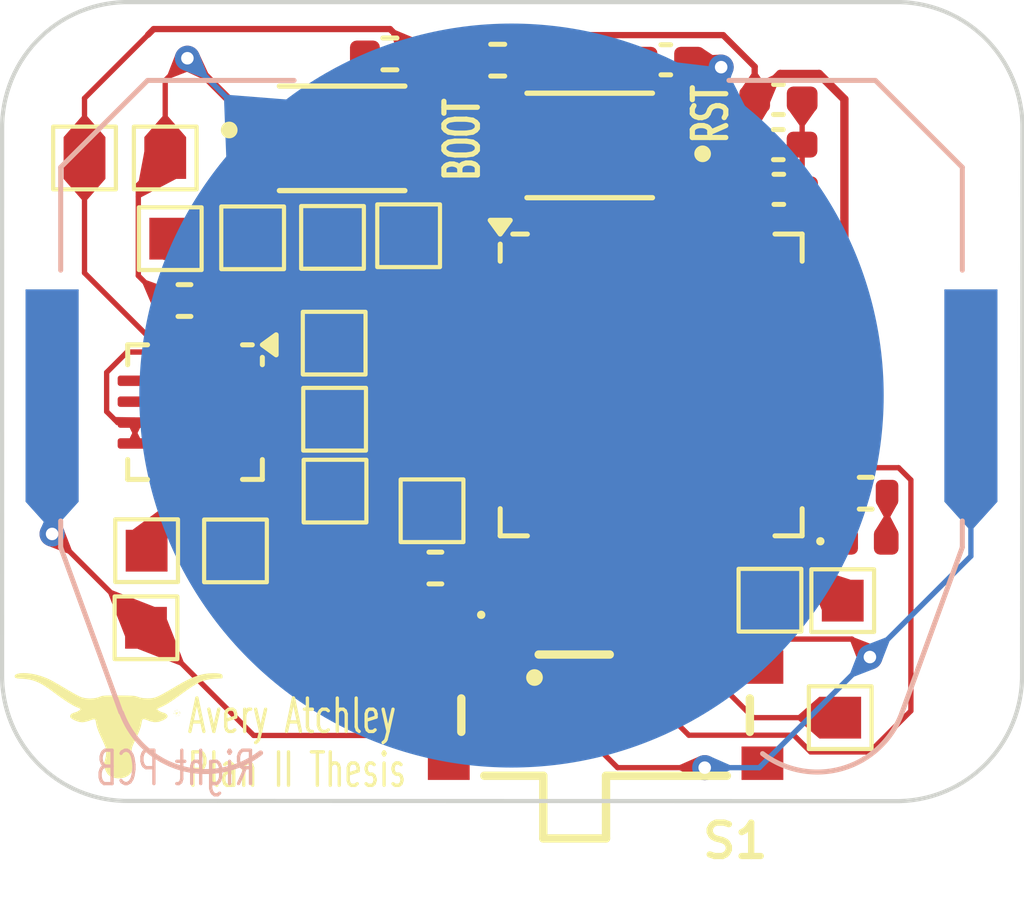
<source format=kicad_pcb>
(kicad_pcb (version 20240108) (generator "pcbnew") (generator_version "8.0")
  (layers (0 "F.Cu" signal) (31 "B.Cu" signal) (34 "B.Paste" user) (35 "F.Paste" user) (36 "B.SilkS" user "B.Silkscreen") (37 "F.SilkS" user "F.Silkscreen") (38 "B.Mask" user) (39 "F.Mask" user) (44 "Edge.Cuts" user))
  (net 0 "")
  (net 1 "B-")
  (net 2 "B+")
  (net 3 "VDD_ESP")
  (net 4 "D-")
  (net 5 "D+")
  (net 6 "CLK1")
  (net 7 "SEL1")
  (net 8 "MIC_DATA1")
  (net 9 "Net-(Q1-D)")
  (net 10 "SPK_DATA1")
  (net 11 "Net-(D3-A)")
  (net 12 "Net-(D4-A)")
  (net 13 "SEL2")
  (net 14 "MIC_DATA2")
  (net 15 "CLK2")
  (net 16 "Net-(U8-GPIO9)")
  (net 17 "Net-(U5-GAIN_SLOT)")
  (net 19 "SPK2_P")
  (net 20 "SPK2_N")
  (net 21 "RESET")
  (net 22 "SPK2_DATA")
  (net 23 "BOOT")
  (footprint "LED_SMD:LED_0402_1005Metric" (layer "F.Cu") (at 120.285 75.53 180)
    (property "Reference" "D4" (hide yes))
    (property "Value" "GREEN_LED" (hide yes))
    (pad "1" smd roundrect (at -0.485 0 180) (size 0.59 0.64) (layers "F.Cu" "F.Paste" "F.Mask") (net 1 "B-"))
    (pad "2" smd roundrect (at 0.485 0 180) (size 0.59 0.64) (layers "F.Cu" "F.Paste" "F.Mask") (net 12 "Net-(D4-A)"))
  )
  (footprint "LED_SMD:LED_0402_1005Metric" (layer "F.Cu") (at 130.575 73.77)
    (property "Reference" "D3" (hide yes))
    (property "Value" "RED_LED" (hide yes))
    (pad "1" smd roundrect (at -0.485 0) (size 0.59 0.64) (layers "F.Cu" "F.Paste" "F.Mask") (net 1 "B-"))
    (pad "2" smd roundrect (at 0.485 0) (size 0.59 0.64) (layers "F.Cu" "F.Paste" "F.Mask") (net 11 "Net-(D3-A)"))
  )
  (footprint "Capacitor_SMD:C_0402_1005Metric_Pad0.74x0.62mm_HandSolder" (layer "F.Cu") (at 128.48 64.28)
    (property "Reference" "C3" (hide yes))
    (property "Value" "4.7uF" (hide yes))
    (pad "1" smd roundrect (at -0.5675 0) (size 0.735 0.62) (layers "F.Cu" "F.Paste" "F.Mask") (net 3 "VDD_ESP"))
    (pad "2" smd roundrect (at 0.5675 0) (size 0.735 0.62) (layers "F.Cu" "F.Paste" "F.Mask") (net 1 "B-"))
  )
  (footprint "MountingHole:Mounting_Pad_Square" (layer "F.Cu") (at 111.89 64.6)
    (property "Reference" "TP20" (hide yes))
    (property "Value" "TestPoint" (hide yes))
    (pad "1" smd rect (at 0 0) (size 1 1) (layers "F.Cu" "F.Mask") (net 3 "VDD_ESP"))
  )
  (footprint "Resistor_SMD:R_0402_1005Metric" (layer "F.Cu") (at 130.57 72.62)
    (property "Reference" "R11" (hide yes))
    (property "Value" "470" (hide yes))
    (pad "1" smd roundrect (at -0.51 0) (size 0.54 0.64) (layers "F.Cu" "F.Paste" "F.Mask") (net 3 "VDD_ESP"))
    (pad "2" smd roundrect (at 0.51 0) (size 0.54 0.64) (layers "F.Cu" "F.Paste" "F.Mask") (net 11 "Net-(D3-A)"))
  )
  (footprint "Capacitor_SMD:C_0402_1005Metric_Pad0.74x0.62mm_HandSolder" (layer "F.Cu") (at 125.79 62.25)
    (property "Reference" "C5" (hide yes))
    (property "Value" "100nF" (hide yes))
    (pad "1" smd roundrect (at -0.5675 0) (size 0.735 0.62) (layers "F.Cu" "F.Paste" "F.Mask") (net 21 "RESET"))
    (pad "2" smd roundrect (at 0.5675 0) (size 0.735 0.62) (layers "F.Cu" "F.Paste" "F.Mask") (net 1 "B-"))
  )
  (footprint "MountingHole:Mounting_Pad_Square" (layer "F.Cu") (at 115.5 74)
    (property "Reference" "TP4" (hide yes))
    (property "Value" "TestPoint" (hide yes))
    (pad "1" smd rect (at 0 0) (size 1 1) (layers "F.Cu" "F.Mask") (net 20 "SPK2_N"))
  )
  (footprint "MountingHole:Mounting_Pad_Square" (layer "F.Cu") (at 128.28 75.18)
    (property "Reference" "TP22" (hide yes))
    (property "Value" "TestPoint" (hide yes))
    (pad "1" smd rect (at 0 0) (size 1 1) (layers "F.Cu" "F.Mask") (net 4 "D-"))
  )
  (footprint "Resistor_SMD:R_0402_1005Metric" (layer "F.Cu") (at 114.28 68.01 180)
    (property "Reference" "R13" (hide yes))
    (property "Value" "100k" (hide yes))
    (pad "1" smd roundrect (at -0.51 0 180) (size 0.54 0.64) (layers "F.Cu" "F.Paste" "F.Mask") (net 17 "Net-(U5-GAIN_SLOT)"))
    (pad "2" smd roundrect (at 0.51 0 180) (size 0.54 0.64) (layers "F.Cu" "F.Paste" "F.Mask") (net 1 "B-"))
  )
  (footprint "450404015514:450404015514" (layer "F.Cu") (at 124.35 77.93 180)
    (property "Reference" "S1" (at -3.1 -3.008 0) (layer "F.SilkS") (effects (font (size 0.8 0.8))))
    (property "Value" "450404015514" (hide yes))
    (pad "1" smd rect (at 2.25 2.05 180) (size 0.7 1.1) (layers "F.Cu" "F.Paste" "F.Mask"))
    (pad "2" smd rect (at -0.75 2.05 180) (size 0.7 1.1) (layers "F.Cu" "F.Paste" "F.Mask") (net 2 "B+"))
    (pad "3" smd rect (at -2.25 2.05 180) (size 0.7 1.1) (layers "F.Cu" "F.Paste" "F.Mask") (net 9 "Net-(Q1-D)"))
    (pad "Z1" smd rect (at -3.75 -1.15 180) (size 1 0.8) (layers "F.Cu" "F.Paste" "F.Mask"))
    (pad "Z2" smd rect (at 3.75 -1.15 180) (size 1 0.8) (layers "F.Cu" "F.Paste" "F.Mask"))
    (pad "Z3" smd rect (at 3.75 1.15 180) (size 1 0.8) (layers "F.Cu" "F.Paste" "F.Mask"))
    (pad "Z4" smd rect (at -3.75 1.15 180) (size 1 0.8) (layers "F.Cu" "F.Paste" "F.Mask"))
  )
  (footprint "MountingHole:Mounting_Pad_Square" (layer "F.Cu") (at 113.82 64.6)
    (property "Reference" "TP6" (hide yes))
    (property "Value" "TestPoint" (hide yes))
    (pad "1" smd rect (at 0 0) (size 1 1) (layers "F.Cu" "F.Mask") (net 1 "B-"))
  )
  (footprint "LOGO" (layer "F.Cu") (at 112.71 78.18)
    (property "Reference" "G***" (hide yes))
    (property "Value" "LOGO" (hide yes))
  )
  (footprint "B3U-1000P:SW_B3U-1000P" (layer "F.Cu") (at 123.97 64.3 180)
    (property "Reference" "RST" (at -2.89 0.75 90) (layer "F.SilkS") (effects (font (size 0.8 0.5) (thickness 0.125) (bold yes))))
    (property "Value" "SW_Push" (hide yes))
    (pad "1" smd rect (at -1.7 0 180) (size 0.8 1.7) (layers "F.Cu" "F.Paste" "F.Mask") (net 1 "B-"))
    (pad "2" smd rect (at 1.7 0 180) (size 0.8 1.7) (layers "F.Cu" "F.Paste" "F.Mask") (net 21 "RESET"))
  )
  (footprint "Package_DFN_QFN:QFN-56-1EP_7x7mm_P0.4mm_EP4x4mm" (layer "F.Cu") (at 125.44 70.03)
    (property "Reference" "U8" (hide yes))
    (property "Value" "ESP32-S3" (hide yes))
    (pad "1" smd roundrect (at -3.45 -2.6) (size 0.8 0.2) (layers "F.Cu" "F.Paste" "F.Mask"))
    (pad "2" smd roundrect (at -3.45 -2.2) (size 0.8 0.2) (layers "F.Cu" "F.Paste" "F.Mask") (net 3 "VDD_ESP"))
    (pad "3" smd roundrect (at -3.45 -1.8) (size 0.8 0.2) (layers "F.Cu" "F.Paste" "F.Mask") (net 3 "VDD_ESP"))
    (pad "4" smd roundrect (at -3.45 -1.4) (size 0.8 0.2) (layers "F.Cu" "F.Paste" "F.Mask") (net 21 "RESET"))
    (pad "5" smd roundrect (at -3.45 -1) (size 0.8 0.2) (layers "F.Cu" "F.Paste" "F.Mask") (net 23 "BOOT"))
    (pad "6" smd roundrect (at -3.45 -0.6) (size 0.8 0.2) (layers "F.Cu" "F.Paste" "F.Mask") (net 10 "SPK_DATA1"))
    (pad "7" smd roundrect (at -3.45 -0.2) (size 0.8 0.2) (layers "F.Cu" "F.Paste" "F.Mask") (net 6 "CLK1"))
    (pad "8" smd roundrect (at -3.45 0.2) (size 0.8 0.2) (layers "F.Cu" "F.Paste" "F.Mask") (net 7 "SEL1"))
    (pad "9" smd roundrect (at -3.45 0.6) (size 0.8 0.2) (layers "F.Cu" "F.Paste" "F.Mask") (net 8 "MIC_DATA1"))
    (pad "10" smd roundrect (at -3.45 1) (size 0.8 0.2) (layers "F.Cu" "F.Paste" "F.Mask") (net 22 "SPK2_DATA"))
    (pad "11" smd roundrect (at -3.45 1.4) (size 0.8 0.2) (layers "F.Cu" "F.Paste" "F.Mask") (net 15 "CLK2"))
    (pad "12" smd roundrect (at -3.45 1.8) (size 0.8 0.2) (layers "F.Cu" "F.Paste" "F.Mask") (net 13 "SEL2"))
    (pad "13" smd roundrect (at -3.45 2.2) (size 0.8 0.2) (layers "F.Cu" "F.Paste" "F.Mask") (net 14 "MIC_DATA2"))
    (pad "14" smd roundrect (at -3.45 2.6) (size 0.8 0.2) (layers "F.Cu" "F.Paste" "F.Mask") (net 16 "Net-(U8-GPIO9)"))
    (pad "15" smd roundrect (at -2.6 3.45) (size 0.2 0.8) (layers "F.Cu" "F.Paste" "F.Mask"))
    (pad "16" smd roundrect (at -2.2 3.45) (size 0.2 0.8) (layers "F.Cu" "F.Paste" "F.Mask"))
    (pad "17" smd roundrect (at -1.8 3.45) (size 0.2 0.8) (layers "F.Cu" "F.Paste" "F.Mask"))
    (pad "18" smd roundrect (at -1.4 3.45) (size 0.2 0.8) (layers "F.Cu" "F.Paste" "F.Mask"))
    (pad "19" smd roundrect (at -1 3.45) (size 0.2 0.8) (layers "F.Cu" "F.Paste" "F.Mask"))
    (pad "20" smd roundrect (at -0.6 3.45) (size 0.2 0.8) (layers "F.Cu" "F.Paste" "F.Mask") (net 3 "VDD_ESP"))
    (pad "21" smd roundrect (at -0.2 3.45) (size 0.2 0.8) (layers "F.Cu" "F.Paste" "F.Mask"))
    (pad "22" smd roundrect (at 0.2 3.45) (size 0.2 0.8) (layers "F.Cu" "F.Paste" "F.Mask"))
    (pad "23" smd roundrect (at 0.6 3.45) (size 0.2 0.8) (layers "F.Cu" "F.Paste" "F.Mask"))
    (pad "24" smd roundrect (at 1 3.45) (size 0.2 0.8) (layers "F.Cu" "F.Paste" "F.Mask"))
    (pad "25" smd roundrect (at 1.4 3.45) (size 0.2 0.8) (layers "F.Cu" "F.Paste" "F.Mask") (net 4 "D-"))
    (pad "26" smd roundrect (at 1.8 3.45) (size 0.2 0.8) (layers "F.Cu" "F.Paste" "F.Mask") (net 5 "D+"))
    (pad "27" smd roundrect (at 2.2 3.45) (size 0.2 0.8) (layers "F.Cu" "F.Paste" "F.Mask"))
    (pad "28" smd roundrect (at 2.6 3.45) (size 0.2 0.8) (layers "F.Cu" "F.Paste" "F.Mask"))
    (pad "29" smd roundrect (at 3.45 2.6) (size 0.8 0.2) (layers "F.Cu" "F.Paste" "F.Mask") (net 3 "VDD_ESP"))
    (pad "30" smd roundrect (at 3.45 2.2) (size 0.8 0.2) (layers "F.Cu" "F.Paste" "F.Mask"))
    (pad "31" smd roundrect (at 3.45 1.8) (size 0.8 0.2) (layers "F.Cu" "F.Paste" "F.Mask"))
    (pad "32" smd roundrect (at 3.45 1.4) (size 0.8 0.2) (layers "F.Cu" "F.Paste" "F.Mask"))
    (pad "33" smd roundrect (at 3.45 1) (size 0.8 0.2) (layers "F.Cu" "F.Paste" "F.Mask"))
    (pad "34" smd roundrect (at 3.45 0.6) (size 0.8 0.2) (layers "F.Cu" "F.Paste" "F.Mask"))
    (pad "35" smd roundrect (at 3.45 0.2) (size 0.8 0.2) (layers "F.Cu" "F.Paste" "F.Mask"))
    (pad "36" smd roundrect (at 3.45 -0.2) (size 0.8 0.2) (layers "F.Cu" "F.Paste" "F.Mask"))
    (pad "37" smd roundrect (at 3.45 -0.6) (size 0.8 0.2) (layers "F.Cu" "F.Paste" "F.Mask"))
    (pad "38" smd roundrect (at 3.45 -1) (size 0.8 0.2) (layers "F.Cu" "F.Paste" "F.Mask"))
    (pad "39" smd roundrect (at 3.45 -1.4) (size 0.8 0.2) (layers "F.Cu" "F.Paste" "F.Mask"))
    (pad "40" smd roundrect (at 3.45 -1.8) (size 0.8 0.2) (layers "F.Cu" "F.Paste" "F.Mask"))
    (pad "41" smd roundrect (at 3.45 -2.2) (size 0.8 0.2) (layers "F.Cu" "F.Paste" "F.Mask"))
    (pad "42" smd roundrect (at 3.45 -2.6) (size 0.8 0.2) (layers "F.Cu" "F.Paste" "F.Mask"))
    (pad "43" smd roundrect (at 2.6 -3.45) (size 0.2 0.8) (layers "F.Cu" "F.Paste" "F.Mask"))
    (pad "44" smd roundrect (at 2.2 -3.45) (size 0.2 0.8) (layers "F.Cu" "F.Paste" "F.Mask"))
    (pad "45" smd roundrect (at 1.8 -3.45) (size 0.2 0.8) (layers "F.Cu" "F.Paste" "F.Mask"))
    (pad "46" smd roundrect (at 1.4 -3.45) (size 0.2 0.8) (layers "F.Cu" "F.Paste" "F.Mask") (net 3 "VDD_ESP"))
    (pad "47" smd roundrect (at 1 -3.45) (size 0.2 0.8) (layers "F.Cu" "F.Paste" "F.Mask"))
    (pad "48" smd roundrect (at 0.6 -3.45) (size 0.2 0.8) (layers "F.Cu" "F.Paste" "F.Mask"))
    (pad "49" smd roundrect (at 0.2 -3.45) (size 0.2 0.8) (layers "F.Cu" "F.Paste" "F.Mask"))
    (pad "50" smd roundrect (at -0.2 -3.45) (size 0.2 0.8) (layers "F.Cu" "F.Paste" "F.Mask"))
    (pad "51" smd roundrect (at -0.6 -3.45) (size 0.2 0.8) (layers "F.Cu" "F.Paste" "F.Mask"))
    (pad "52" smd roundrect (at -1 -3.45) (size 0.2 0.8) (layers "F.Cu" "F.Paste" "F.Mask") (net 1 "B-"))
    (pad "53" smd roundrect (at -1.4 -3.45) (size 0.2 0.8) (layers "F.Cu" "F.Paste" "F.Mask"))
    (pad "54" smd roundrect (at -1.8 -3.45) (size 0.2 0.8) (layers "F.Cu" "F.Paste" "F.Mask"))
    (pad "55" smd roundrect (at -2.2 -3.45) (size 0.2 0.8) (layers "F.Cu" "F.Paste" "F.Mask") (net 3 "VDD_ESP"))
    (pad "56" smd roundrect (at -2.6 -3.45) (size 0.2 0.8) (layers "F.Cu" "F.Paste" "F.Mask") (net 3 "VDD_ESP"))
    (pad "57" smd rect (at 0 0) (size 4 4) (property pad_prop_heatsink) (layers "F.Cu" "F.Mask") (net 1 "B-"))
  )
  (footprint "MountingHole:Mounting_Pad_Square" (layer "F.Cu") (at 120.2 73.04)
    (property "Reference" "TP13" (hide yes))
    (property "Value" "TestPoint" (hide yes))
    (pad "1" smd rect (at 0 0) (size 1 1) (layers "F.Cu" "F.Mask") (net 14 "MIC_DATA2"))
  )
  (footprint "Package_DFN_QFN:TQFN-16-1EP_3x3mm_P0.5mm_EP1.23x1.23mm" (layer "F.Cu") (at 114.5325 70.68 -90)
    (property "Reference" "U5" (hide yes))
    (property "Value" "MAX98357A" (hide yes))
    (pad "1" smd roundrect (at -1.4375 -0.75 270) (size 0.825 0.25) (layers "F.Cu" "F.Paste" "F.Mask") (net 22 "SPK2_DATA"))
    (pad "2" smd roundrect (at -1.4375 -0.25 270) (size 0.825 0.25) (layers "F.Cu" "F.Paste" "F.Mask") (net 17 "Net-(U5-GAIN_SLOT)"))
    (pad "3" smd roundrect (at -1.4375 0.25 270) (size 0.825 0.25) (layers "F.Cu" "F.Paste" "F.Mask") (net 1 "B-"))
    (pad "4" smd roundrect (at -1.4375 0.75 270) (size 0.825 0.25) (layers "F.Cu" "F.Paste" "F.Mask") (net 3 "VDD_ESP"))
    (pad "5" smd roundrect (at -0.75 1.4375 270) (size 0.25 0.825) (layers "F.Cu" "F.Paste" "F.Mask"))
    (pad "6" smd roundrect (at -0.25 1.4375 270) (size 0.25 0.825) (layers "F.Cu" "F.Paste" "F.Mask"))
    (pad "7" smd roundrect (at 0.25 1.4375 270) (size 0.25 0.825) (layers "F.Cu" "F.Paste" "F.Mask") (net 3 "VDD_ESP"))
    (pad "8" smd roundrect (at 0.75 1.4375 270) (size 0.25 0.825) (layers "F.Cu" "F.Paste" "F.Mask") (net 3 "VDD_ESP"))
    (pad "9" smd roundrect (at 1.4375 0.75 270) (size 0.825 0.25) (layers "F.Cu" "F.Paste" "F.Mask") (net 19 "SPK2_P"))
    (pad "10" smd roundrect (at 1.4375 0.25 270) (size 0.825 0.25) (layers "F.Cu" "F.Paste" "F.Mask") (net 20 "SPK2_N"))
    (pad "11" smd roundrect (at 1.4375 -0.25 270) (size 0.825 0.25) (layers "F.Cu" "F.Paste" "F.Mask") (net 1 "B-"))
    (pad "12" smd roundrect (at 1.4375 -0.75 270) (size 0.825 0.25) (layers "F.Cu" "F.Paste" "F.Mask"))
    (pad "13" smd roundrect (at 0.75 -1.4375 270) (size 0.25 0.825) (layers "F.Cu" "F.Paste" "F.Mask"))
    (pad "14" smd roundrect (at 0.25 -1.4375 270) (size 0.25 0.825) (layers "F.Cu" "F.Paste" "F.Mask") (net 13 "SEL2"))
    (pad "15" smd roundrect (at -0.25 -1.4375 270) (size 0.25 0.825) (layers "F.Cu" "F.Paste" "F.Mask") (net 1 "B-"))
    (pad "16" smd roundrect (at -0.75 -1.4375 270) (size 0.25 0.825) (layers "F.Cu" "F.Paste" "F.Mask") (net 15 "CLK2"))
    (pad "17" smd rect (at 0 0 270) (size 1.23 1.23) (property pad_prop_heatsink) (layers "F.Cu" "F.Mask") (net 1 "B-"))
  )
  (footprint "MountingHole:Mounting_Pad_Square" (layer "F.Cu") (at 119.64 66.46)
    (property "Reference" "TP17" (hide yes))
    (property "Value" "TestPoint" (hide yes))
    (pad "1" smd rect (at 0 0) (size 1 1) (layers "F.Cu" "F.Mask") (net 10 "SPK_DATA1"))
  )
  (footprint "Capacitor_SMD:C_0402_1005Metric_Pad0.74x0.62mm_HandSolder" (layer "F.Cu") (at 128.4925 65.35)
    (property "Reference" "C8" (hide yes))
    (property "Value" "1uF" (hide yes))
    (pad "1" smd roundrect (at -0.5675 0) (size 0.735 0.62) (layers "F.Cu" "F.Paste" "F.Mask") (net 3 "VDD_ESP"))
    (pad "2" smd roundrect (at 0.5675 0) (size 0.735 0.62) (layers "F.Cu" "F.Paste" "F.Mask") (net 1 "B-"))
  )
  (footprint "Resistor_SMD:R_0402_1005Metric" (layer "F.Cu") (at 120.28 74.41)
    (property "Reference" "R12" (hide yes))
    (property "Value" "470" (hide yes))
    (pad "1" smd roundrect (at -0.51 0) (size 0.54 0.64) (layers "F.Cu" "F.Paste" "F.Mask") (net 12 "Net-(D4-A)"))
    (pad "2" smd roundrect (at 0.51 0) (size 0.54 0.64) (layers "F.Cu" "F.Paste" "F.Mask") (net 16 "Net-(U8-GPIO9)"))
  )
  (footprint "Capacitor_SMD:C_0402_1005Metric_Pad0.74x0.62mm_HandSolder" (layer "F.Cu") (at 128.4825 63.2)
    (property "Reference" "C4" (hide yes))
    (property "Value" "100nF" (hide yes))
    (pad "1" smd roundrect (at -0.5675 0) (size 0.735 0.62) (layers "F.Cu" "F.Paste" "F.Mask") (net 3 "VDD_ESP"))
    (pad "2" smd roundrect (at 0.5675 0) (size 0.735 0.62) (layers "F.Cu" "F.Paste" "F.Mask") (net 1 "B-"))
  )
  (footprint "MountingHole:Mounting_Pad_Square" (layer "F.Cu") (at 117.82 66.5)
    (property "Reference" "TP16" (hide yes))
    (property "Value" "TestPoint" (hide yes))
    (pad "1" smd rect (at 0 0) (size 1 1) (layers "F.Cu" "F.Mask") (net 6 "CLK1"))
  )
  (footprint "Resistor_SMD:R_0402_1005Metric_Pad0.72x0.64mm_HandSolder" (layer "F.Cu") (at 121.77 62.26)
    (property "Reference" "R14" (hide yes))
    (property "Value" "10k" (hide yes))
    (pad "1" smd roundrect (at -0.5975 0) (size 0.715 0.64) (layers "F.Cu" "F.Paste" "F.Mask") (net 3 "VDD_ESP"))
    (pad "2" smd roundrect (at 0.5975 0) (size 0.715 0.64) (layers "F.Cu" "F.Paste" "F.Mask") (net 21 "RESET"))
  )
  (footprint "B3U-1000P:SW_B3U-1000P" (layer "F.Cu") (at 118.05 64.13)
    (property "Reference" "BOOT" (at 2.87 0.03 90) (layer "F.SilkS") (effects (font (size 0.8 0.5) (thickness 0.125))))
    (property "Value" "SW_Push" (hide yes))
    (pad "1" smd rect (at -1.7 0) (size 0.8 1.7) (layers "F.Cu" "F.Paste" "F.Mask") (net 1 "B-"))
    (pad "2" smd rect (at 1.7 0) (size 0.8 1.7) (layers "F.Cu" "F.Paste" "F.Mask") (net 23 "BOOT"))
  )
  (footprint "MountingHole:Mounting_Pad_Square" (layer "F.Cu") (at 113.36 75.84)
    (property "Reference" "TP24" (hide yes))
    (property "Value" "TestPoint" (hide yes))
    (pad "1" smd rect (at 0 0) (size 1 1) (layers "F.Cu" "F.Mask") (net 2 "B+"))
  )
  (footprint "MountingHole:Mounting_Pad_Square" (layer "F.Cu") (at 113.94 66.53)
    (property "Reference" "TP18" (hide yes))
    (property "Value" "TestPoint" (hide yes))
    (pad "1" smd rect (at 0 0) (size 1 1) (layers "F.Cu" "F.Mask") (net 8 "MIC_DATA1"))
  )
  (footprint "MountingHole:Mounting_Pad_Square" (layer "F.Cu") (at 113.375 73.995)
    (property "Reference" "TP3" (hide yes))
    (property "Value" "TestPoint" (hide yes))
    (pad "1" smd rect (at 0 0) (size 1 1) (layers "F.Cu" "F.Mask") (net 19 "SPK2_P"))
  )
  (footprint "MountingHole:Mounting_Pad_Square" (layer "F.Cu") (at 117.87 70.85)
    (property "Reference" "TP8" (hide yes))
    (property "Value" "TestPoint" (hide yes))
    (pad "1" smd rect (at 0 0) (size 1 1) (layers "F.Cu" "F.Mask") (net 15 "CLK2"))
  )
  (footprint "MountingHole:Mounting_Pad_Square" (layer "F.Cu") (at 115.91 66.51)
    (property "Reference" "TP15" (hide yes))
    (property "Value" "TestPoint" (hide yes))
    (pad "1" smd rect (at 0 0) (size 1 1) (layers "F.Cu" "F.Mask") (net 7 "SEL1"))
  )
  (footprint "MountingHole:Mounting_Pad_Square" (layer "F.Cu") (at 117.88 72.57)
    (property "Reference" "TP7" (hide yes))
    (property "Value" "TestPoint" (hide yes))
    (pad "1" smd rect (at 0 0) (size 1 1) (layers "F.Cu" "F.Mask") (net 13 "SEL2"))
  )
  (footprint "Resistor_SMD:R_0402_1005Metric_Pad0.72x0.64mm_HandSolder" (layer "F.Cu") (at 119.1925 62.11 180)
    (property "Reference" "R15" (hide yes))
    (property "Value" "10k" (hide yes))
    (pad "1" smd roundrect (at -0.5975 0 180) (size 0.715 0.64) (layers "F.Cu" "F.Paste" "F.Mask") (net 3 "VDD_ESP"))
    (pad "2" smd roundrect (at 0.5975 0 180) (size 0.715 0.64) (layers "F.Cu" "F.Paste" "F.Mask") (net 23 "BOOT"))
  )
  (footprint "MountingHole:Mounting_Pad_Square" (layer "F.Cu") (at 117.86 69.03)
    (property "Reference" "TP9" (hide yes))
    (property "Value" "TestPoint" (hide yes))
    (pad "1" smd rect (at 0 0) (size 1 1) (layers "F.Cu" "F.Mask") (net 22 "SPK2_DATA"))
  )
  (footprint "MountingHole:Mounting_Pad_Square" (layer "F.Cu") (at 129.96 77.99)
    (property "Reference" "TP21" (hide yes))
    (property "Value" "TestPoint" (hide yes))
    (pad "1" smd rect (at 0 0) (size 1 1) (layers "F.Cu" "F.Mask") (net 9 "Net-(Q1-D)"))
  )
  (footprint "MountingHole:Mounting_Pad_Square" (layer "F.Cu") (at 130.02 75.19)
    (property "Reference" "TP23" (hide yes))
    (property "Value" "TestPoint" (hide yes))
    (pad "1" smd rect (at 0 0) (size 1 1) (layers "F.Cu" "F.Mask") (net 5 "D+"))
  )
  (footprint "Battery:BatteryHolder_Keystone_3034_1x20mm_CustomCourtyard" (layer "B.Cu") (at 122.1 70.28363 180)
    (property "Reference" "BT1" (hide yes))
    (property "Value" "Battery_Cell")
    (pad "1" smd rect (at -10.985 0 180) (size 1.27 5.08) (layers "B.Cu" "B.Paste" "B.Mask") (net 2 "B+"))
    (pad "1" smd rect (at 10.985 0 180) (size 1.27 5.08) (layers "B.Cu" "B.Paste" "B.Mask") (net 2 "B+"))
    (pad "2" smd circle (at 0 0 180) (size 17.8 17.8) (layers "B.Cu" "B.Mask") (net 1 "B-"))
  )
  (gr_poly (pts (arc (start 112.912449 79.982109) (mid 110.79584 79.10538) (end 109.919111 76.988771)) (arc (start 109.920431 63.870091) (mid 110.799111 61.748771) (end 112.920431 60.870091)) (arc (start 131.317791 60.870091) (mid 133.439111 61.748771) (end 134.317791 63.870091)) (arc (start 134.307791 76.987451) (mid 133.429111 79.108771) (end 131.307791 79.987451))) (stroke (width 0.1)) (fill none) (layer "Edge.Cuts"))
  (gr_text "Right PCB\n" (at 116.03 79.67 0) (layer "B.SilkS") (effects (font (size 0.8 0.5) (thickness 0.08)) (justify left bottom mirror)))
  (gr_text "Avery Atchley\nPlan II Thesis" (at 114.31 79.71 0) (layer "F.SilkS") (effects (font (size 0.8 0.5) (thickness 0.08)) (justify left bottom)))
  (segment (start 120.77 75.53) (end 122.471242 73.828758) (width 0.127) (layer "F.Cu") (net 1))
  (segment (start 115.244949 73.03) (end 114.7825 72.567551) (width 0.127) (layer "F.Cu") (net 1))
  (segment (start 116.35 64.13) (end 116.2665 64.13) (width 0.2) (layer "F.Cu") (net 1))
  (segment (start 125.67 63.64) (end 125.67 64.3) (width 0.2) (layer "F.Cu") (net 1))
  (segment (start 114.2825 69.2425) (end 114.2825 68.5225) (width 0.127) (layer "F.Cu") (net 1))
  (segment (start 113.1765 65.2435) (end 113.82 64.6) (width 0.127) (layer "F.Cu") (net 1))
  (segment (start 114.7825 70.93) (end 114.7825 72.1175) (width 0.127) (layer "F.Cu") (net 1))
  (segment (start 114.2825 68.5225) (end 113.77 68.01) (width 0.127) (layer "F.Cu") (net 1))
  (segment (start 126.3575 62.25) (end 126.936826 62.25) (width 0.2) (layer "F.Cu") (net 1))
  (segment (start 124.44 65.53) (end 124.44 66.58) (width 0.2) (layer "F.Cu") (net 1))
  (segment (start 129.05 66.414742) (end 129.05 63.2) (width 0.127) (layer "F.Cu") (net 1))
  (segment (start 115.97 70.43) (end 114.7825 70.43) (width 0.127) (layer "F.Cu") (net 1))
  (segment (start 122.471242 73.828758) (end 122.471242 72.998758) (width 0.127) (layer "F.Cu") (net 1))
  (segment (start 114.5325 70.68) (end 114.2825 70.43) (width 0.127) (layer "F.Cu") (net 1))
  (segment (start 125.44 70.03) (end 125.44 70.024742) (width 0.127) (layer "F.Cu") (net 1))
  (segment (start 126.936826 62.25) (end 127.113413 62.426587) (width 0.2) (layer "F.Cu") (net 1))
  (segment (start 114.35 62.2135) (end 113.82 62.7435) (width 0.127) (layer "F.Cu") (net 1))
  (segment (start 126.26 63.05) (end 125.67 63.64) (width 0.2) (layer "F.Cu") (net 1))
  (segment (start 120.77 75.53) (end 120.1835 76.1165) (width 0.127) (layer "F.Cu") (net 1))
  (segment (start 113.1765 67.4165) (end 113.1765 65.2435) (width 0.127) (layer "F.Cu") (net 1))
  (segment (start 124.44 69.03) (end 125.44 70.03) (width 0.2) (layer "F.Cu") (net 1))
  (segment (start 126.3575 62.25) (end 126.26 62.3475) (width 0.2) (layer "F.Cu") (net 1))
  (segment (start 119.1435 76.1165) (end 116.057 73.03) (width 0.127) (layer "F.Cu") (net 1))
  (segment (start 125.44 70.03) (end 129.18 73.77) (width 0.127) (layer "F.Cu") (net 1))
  (segment (start 125.44 70.024742) (end 129.05 66.414742) (width 0.127) (layer "F.Cu") (net 1))
  (segment (start 114.7825 70.43) (end 114.5325 70.68) (width 0.127) (layer "F.Cu") (net 1))
  (segment (start 120.1835 76.1165) (end 119.1435 76.1165) (width 0.127) (layer "F.Cu") (net 1))
  (segment (start 114.7825 72.567551) (end 114.7825 72.1175) (width 0.127) (layer "F.Cu") (net 1))
  (segment (start 125.67 64.3) (end 124.44 65.53) (width 0.2) (layer "F.Cu") (net 1))
  (segment (start 114.5325 70.68) (end 114.7825 70.93) (width 0.127) (layer "F.Cu") (net 1))
  (segment (start 114.2825 70.43) (end 114.2825 69.2425) (width 0.127) (layer "F.Cu") (net 1))
  (segment (start 113.82 62.7435) (end 113.82 64.6) (width 0.127) (layer "F.Cu") (net 1))
  (segment (start 113.77 68.01) (end 113.1765 67.4165) (width 0.127) (layer "F.Cu") (net 1))
  (segment (start 116.057 73.03) (end 115.244949 73.03) (width 0.127) (layer "F.Cu") (net 1))
  (segment (start 116.2665 64.13) (end 114.35 62.2135) (width 0.2) (layer "F.Cu") (net 1))
  (segment (start 129.18 73.77) (end 130.09 73.77) (width 0.127) (layer "F.Cu") (net 1))
  (segment (start 122.471242 72.998758) (end 125.44 70.03) (width 0.127) (layer "F.Cu") (net 1))
  (segment (start 126.26 62.3475) (end 126.26 63.05) (width 0.2) (layer "F.Cu") (net 1))
  (via (at 114.35 62.2135) (size 0.6) (drill 0.3) (layers "F.Cu" "B.Cu") (net 1))
  (via (at 127.113413 62.426587) (size 0.6) (drill 0.3) (layers "F.Cu" "B.Cu") (net 1))
  (segment (start 127.113413 65.270217) (end 122.1 70.28363) (width 0.2) (layer "B.Cu") (net 1))
  (segment (start 122.1 69.9635) (end 114.35 62.2135) (width 0.127) (layer "B.Cu") (net 1))
  (segment (start 122.1 66.72) (end 122.1 70.28363) (width 0.127) (layer "B.Cu") (net 1))
  (segment (start 122.1 70.28363) (end 122.1 69.9635) (width 0.127) (layer "B.Cu") (net 1))
  (segment (start 127.113413 62.426587) (end 127.113413 65.270217) (width 0.2) (layer "B.Cu") (net 1))
  (segment (start 127.683 76.11) (end 130.24 76.11) (width 0.127) (layer "F.Cu") (net 2))
  (segment (start 111.115 73.595) (end 113.36 75.84) (width 0.127) (layer "F.Cu") (net 2))
  (segment (start 125.1 75.88) (end 126.040276 74.939724) (width 0.127) (layer "F.Cu") (net 2))
  (segment (start 115.9365 78.4165) (end 123.8665 78.4165) (width 0.127) (layer "F.Cu") (net 2))
  (segment (start 127.5165 75.505948) (end 127.5165 75.9435) (width 0.127) (layer "F.Cu") (net 2))
  (segment (start 126.040276 74.939724) (end 126.950276 74.939724) (width 0.127) (layer "F.Cu") (net 2))
  (segment (start 130.24 76.11) (end 130.67 76.54) (width 0.127) (layer "F.Cu") (net 2))
  (segment (start 113.36 75.84) (end 115.9365 78.4165) (width 0.127) (layer "F.Cu") (net 2))
  (segment (start 124.636119 79.186119) (end 126.720001 79.186119) (width 0.127) (layer "F.Cu") (net 2))
  (segment (start 126.950276 74.939724) (end 127.5165 75.505948) (width 0.127) (layer "F.Cu") (net 2))
  (segment (start 127.5165 75.9435) (end 127.683 76.11) (width 0.127) (layer "F.Cu") (net 2))
  (segment (start 123.8665 78.4165) (end 124.636119 79.186119) (width 0.127) (layer "F.Cu") (net 2))
  (via (at 130.67 76.54) (size 0.6) (drill 0.3) (layers "F.Cu" "B.Cu") (net 2))
  (via (at 111.115 73.595) (size 0.6) (drill 0.3) (layers "F.Cu" "B.Cu") (net 2))
  (via (at 126.720001 79.186119) (size 0.6) (drill 0.3) (layers "F.Cu" "B.Cu") (net 2))
  (segment (start 130.67 76.54) (end 133.085 74.125) (width 0.127) (layer "B.Cu") (net 2))
  (segment (start 111.115 73.595) (end 111.115 70.28363) (width 0.127) (layer "B.Cu") (net 2))
  (segment (start 126.720001 79.186119) (end 128.023881 79.186119) (width 0.127) (layer "B.Cu") (net 2))
  (segment (start 133.085 74.125) (end 133.085 70.28363) (width 0.127) (layer "B.Cu") (net 2))
  (segment (start 128.023881 79.186119) (end 130.67 76.54) (width 0.127) (layer "B.Cu") (net 2))
  (segment (start 124.4865 75.0665) (end 124.4865 76.5565) (width 0.127) (layer "F.Cu") (net 3))
  (segment (start 126.84 66.58) (end 126.84 66.08364) (width 0.2) (layer "F.Cu") (net 3))
  (segment (start 124.84 74.713) (end 124.4865 75.0665) (width 0.127) (layer "F.Cu") (net 3))
  (segment (start 127.915 63.2) (end 127.915 65.34) (width 0.2) (layer "F.Cu") (net 3))
  (segment (start 121.99 67.83) (end 122.451006 67.83) (width 0.15) (layer "F.Cu") (net 3))
  (segment (start 119.94 62.26) (end 119.79 62.11) (width 0.15) (layer "F.Cu") (net 3))
  (segment (start 111.89 63.17) (end 111.89 64.6) (width 0.127) (layer "F.Cu") (net 3))
  (segment (start 121.7725 61.66) (end 121.1725 62.26) (width 0.15) (layer "F.Cu") (net 3))
  (segment (start 113.095 70.93) (end 113.095 71.43) (width 0.127) (layer "F.Cu") (net 3))
  (segment (start 130.667 78.81) (end 131.65 77.827) (width 0.127) (layer "F.Cu") (net 3))
  (segment (start 112.682501 70.93) (end 112.419 70.666499) (width 0.127) (layer "F.Cu") (net 3))
  (segment (start 131.65 72.302694) (end 131.357306 72.01) (width 0.127) (layer "F.Cu") (net 3))
  (segment (start 127.915 65.34) (end 127.925 65.35) (width 0.2) (layer "F.Cu") (net 3))
  (segment (start 113.545 61.515) (end 113.41 61.65) (width 0.15) (layer "F.Cu") (net 3))
  (segment (start 123.453994 67.255) (end 126.626006 67.255) (width 0.15) (layer "F.Cu") (net 3))
  (segment (start 130.06 63.194738) (end 129.455262 62.59) (width 0.2) (layer "F.Cu") (net 3))
  (segment (start 130.06 72.62) (end 128.9 72.62) (width 0.127) (layer "F.Cu") (net 3))
  (segment (start 129.253 78.81) (end 130.667 78.81) (width 0.127) (layer "F.Cu") (net 3))
  (segment (start 128.525 62.59) (end 127.915 63.2) (width 0.2) (layer "F.Cu") (net 3))
  (segment (start 126.34 78.41) (end 128.853 78.41) (width 0.127) (layer "F.Cu") (net 3))
  (segment (start 127.915 62.415) (end 127.16 61.66) (width 0.15) (layer "F.Cu") (net 3))
  (segment (start 128.853 78.41) (end 129.253 78.81) (width 0.127) (layer "F.Cu") (net 3))
  (segment (start 122.451006 67.83) (end 122.84 67.441006) (width 0.15) (layer "F.Cu") (net 3))
  (segment (start 121.1725 62.26) (end 119.94 62.26) (width 0.15) (layer "F.Cu") (net 3))
  (segment (start 124.84 73.48) (end 124.84 74.713) (width 0.127) (layer "F.Cu") (net 3))
  (segment (start 124.4865 76.5565) (end 126.34 78.41) (width 0.127) (layer "F.Cu") (net 3))
  (segment (start 111.89 67.35) (end 113.7825 69.2425) (width 0.127) (layer "F.Cu") (net 3))
  (segment (start 130.67 72.01) (end 130.06 72.62) (width 0.127) (layer "F.Cu") (net 3))
  (segment (start 112.419 70.666499) (end 112.419 69.730734) (width 0.127) (layer "F.Cu") (net 3))
  (segment (start 128.9 72.62) (end 128.89 72.63) (width 0.127) (layer "F.Cu") (net 3))
  (segment (start 123.24 66.58) (end 123.24 67.041006) (width 0.15) (layer "F.Cu") (net 3))
  (segment (start 126.84 66.08364) (end 127.57364 65.35) (width 0.2) (layer "F.Cu") (net 3))
  (segment (start 112.419 69.730734) (end 112.907234 69.2425) (width 0.127) (layer "F.Cu") (net 3))
  (segment (start 113.095 70.93) (end 112.682501 70.93) (width 0.127) (layer "F.Cu") (net 3))
  (segment (start 129.455262 62.59) (end 128.525 62.59) (width 0.2) (layer "F.Cu") (net 3))
  (segment (start 126.626006 67.255) (end 126.84 67.041006) (width 0.15) (layer "F.Cu") (net 3))
  (segment (start 127.57364 65.35) (end 127.925 65.35) (width 0.2) (layer "F.Cu") (net 3))
  (segment (start 127.16 61.66) (end 121.7725 61.66) (width 0.15) (layer "F.Cu") (net 3))
  (segment (start 121.99 67.83) (end 121.99 68.23) (width 0.15) (layer "F.Cu") (net 3))
  (segment (start 126.84 67.041006) (end 126.84 66.58) (width 0.15) (layer "F.Cu") (net 3))
  (segment (start 119.79 62.11) (end 119.195 61.515) (width 0.15) (layer "F.Cu") (net 3))
  (segment (start 123.24 67.041006) (end 123.453994 67.255) (width 0.15) (layer "F.Cu") (net 3))
  (segment (start 130.06 72.62) (end 130.06 63.194738) (width 0.2) (layer "F.Cu") (net 3))
  (segment (start 119.195 61.515) (end 113.545 61.515) (width 0.15) (layer "F.Cu") (net 3))
  (segment (start 131.357306 72.01) (end 130.67 72.01) (width 0.127) (layer "F.Cu") (net 3))
  (segment (start 123.24 66.58) (end 122.84 66.58) (width 0.15) (layer "F.Cu") (net 3))
  (segment (start 122.84 67.441006) (end 122.84 66.58) (width 0.15) (layer "F.Cu") (net 3))
  (segment (start 131.65 77.827) (end 131.65 72.302694) (width 0.127) (layer "F.Cu") (net 3))
  (segment (start 111.89 64.6) (end 111.89 67.35) (width 0.127) (layer "F.Cu") (net 3))
  (segment (start 127.915 63.2) (end 127.915 62.415) (width 0.15) (layer "F.Cu") (net 3))
  (segment (start 112.907234 69.2425) (end 113.7825 69.2425) (width 0.127) (layer "F.Cu") (net 3))
  (segment (start 113.41 61.65) (end 111.89 63.17) (width 0.127) (layer "F.Cu") (net 3))
  (segment (start 127.89 63.175) (end 127.915 63.2) (width 0.15) (layer "F.Cu") (net 3))
  (segment (start 126.84 74.367) (end 126.84 73.48) (width 0.127) (layer "F.Cu") (net 4))
  (segment (start 127.653 75.18) (end 126.84 74.367) (width 0.127) (layer "F.Cu") (net 4))
  (segment (start 128.28 75.18) (end 127.653 75.18) (width 0.127) (layer "F.Cu") (net 4))
  (segment (start 129.24 74.41) (end 130.02 75.19) (width 0.127) (layer "F.Cu") (net 5))
  (segment (start 127.24 73.48) (end 127.24 73.924742) (width 0.127) (layer "F.Cu") (net 5))
  (segment (start 127.24 73.924742) (end 127.725258 74.41) (width 0.127) (layer "F.Cu") (net 5))
  (segment (start 127.725258 74.41) (end 129.24 74.41) (width 0.127) (layer "F.Cu") (net 5))
  (segment (start 120.3455 67.6355) (end 120.3455 68.817586) (width 0.127) (layer "F.Cu") (net 6))
  (segment (start 118.5435 67.2235) (end 119.9335 67.2235) (width 0.127) (layer "F.Cu") (net 6))
  (segment (start 121.357914 69.83) (end 121.99 69.83) (width 0.127) (layer "F.Cu") (net 6))
  (segment (start 120.3455 68.817586) (end 121.357914 69.83) (width 0.127) (layer "F.Cu") (net 6))
  (segment (start 117.82 66.5) (end 118.5435 67.2235) (width 0.127) (layer "F.Cu") (net 6))
  (segment (start 119.9335 67.2235) (end 120.3455 67.6355) (width 0.127) (layer "F.Cu") (net 6))
  (segment (start 120.0185 68.953034) (end 121.295466 70.23) (width 0.127) (layer "F.Cu") (net 7))
  (segment (start 115.91 66.51) (end 116.9505 67.5505) (width 0.127) (layer "F.Cu") (net 7))
  (segment (start 120.0185 67.8485) (end 120.0185 68.953034) (width 0.127) (layer "F.Cu") (net 7))
  (segment (start 119.7205 67.5505) (end 120.0185 67.8485) (width 0.127) (layer "F.Cu") (net 7))
  (segment (start 116.9505 67.5505) (end 119.7205 67.5505) (width 0.127) (layer "F.Cu") (net 7))
  (segment (start 121.295466 70.23) (end 121.99 70.23) (width 0.127) (layer "F.Cu") (net 7))
  (segment (start 113.94 66.53) (end 114.6835 67.2735) (width 0.127) (layer "F.Cu") (net 8))
  (segment (start 114.6835 67.2735) (end 115.9135 67.2735) (width 0.127) (layer "F.Cu") (net 8))
  (segment (start 116.5175 67.8775) (end 119.4675 67.8775) (width 0.127) (layer "F.Cu") (net 8))
  (segment (start 121.233018 70.63) (end 121.99 70.63) (width 0.127) (layer "F.Cu") (net 8))
  (segment (start 119.4675 67.8775) (end 119.6915 68.1015) (width 0.127) (layer "F.Cu") (net 8))
  (segment (start 119.6915 68.1015) (end 119.6915 69.088482) (width 0.127) (layer "F.Cu") (net 8))
  (segment (start 115.9135 67.2735) (end 116.5175 67.8775) (width 0.127) (layer "F.Cu") (net 8))
  (segment (start 119.6915 69.088482) (end 121.233018 70.63) (width 0.127) (layer "F.Cu") (net 8))
  (segment (start 126.6 75.88) (end 126.6 76.707) (width 0.127) (layer "F.Cu") (net 9))
  (segment (start 127.883 77.99) (end 129.96 77.99) (width 0.127) (layer "F.Cu") (net 9))
  (segment (start 126.6 76.707) (end 127.883 77.99) (width 0.127) (layer "F.Cu") (net 9))
  (segment (start 120.6725 68.682138) (end 121.420362 69.43) (width 0.127) (layer "F.Cu") (net 10))
  (segment (start 119.64 66.46) (end 120.6725 67.4925) (width 0.127) (layer "F.Cu") (net 10))
  (segment (start 120.6725 67.4925) (end 120.6725 68.682138) (width 0.127) (layer "F.Cu") (net 10))
  (segment (start 121.420362 69.43) (end 121.99 69.43) (width 0.127) (layer "F.Cu") (net 10))
  (segment (start 131.08 73.75) (end 131.06 73.77) (width 0.127) (layer "F.Cu") (net 11))
  (segment (start 131.08 72.62) (end 131.08 73.75) (width 0.127) (layer "F.Cu") (net 11))
  (segment (start 119.77 75.5) (end 119.8 75.53) (width 0.127) (layer "F.Cu") (net 12))
  (segment (start 119.77 74.41) (end 119.77 75.5) (width 0.127) (layer "F.Cu") (net 12))
  (segment (start 117.88 72.427501) (end 117.88 72.57) (width 0.127) (layer "F.Cu") (net 13))
  (segment (start 115.97 70.93) (end 116.382499 70.93) (width 0.127) (layer "F.Cu") (net 13))
  (segment (start 116.382499 70.93) (end 117.88 72.427501) (width 0.127) (layer "F.Cu") (net 13))
  (segment (start 118.62 71.83) (end 121.99 71.83) (width 0.127) (layer "F.Cu") (net 13))
  (segment (start 117.88 72.57) (end 118.62 71.83) (width 0.127) (layer "F.Cu") (net 13))
  (segment (start 121.01 72.23) (end 121.99 72.23) (width 0.127) (layer "F.Cu") (net 14))
  (segment (start 120.2 73.04) (end 121.01 72.23) (width 0.127) (layer "F.Cu") (net 14))
  (segment (start 121.017552 71.43) (end 120.437552 70.85) (width 0.127) (layer "F.Cu") (net 15))
  (segment (start 116.95 69.93) (end 117.87 70.85) (width 0.127) (layer "F.Cu") (net 15))
  (segment (start 120.437552 70.85) (end 117.87 70.85) (width 0.127) (layer "F.Cu") (net 15))
  (segment (start 121.99 71.43) (end 121.017552 71.43) (width 0.127) (layer "F.Cu") (net 15))
  (segment (start 115.97 69.93) (end 116.95 69.93) (width 0.127) (layer "F.Cu") (net 15))
  (segment (start 121.99 72.63) (end 121.6 72.63) (width 0.127) (layer "F.Cu") (net 16))
  (segment (start 121.07 73.16) (end 121.07 74.13) (width 0.127) (layer "F.Cu") (net 16))
  (segment (start 121.07 74.13) (end 120.79 74.41) (width 0.127) (layer "F.Cu") (net 16))
  (segment (start 121.6 72.63) (end 121.07 73.16) (width 0.127) (layer "F.Cu") (net 16))
  (segment (start 114.79 69.235) (end 114.7825 69.2425) (width 0.127) (layer "F.Cu") (net 17))
  (segment (start 114.79 68.01) (end 114.79 69.235) (width 0.127) (layer "F.Cu") (net 17))
  (segment (start 113.7825 73.5875) (end 113.375 73.995) (width 0.127) (layer "F.Cu") (net 19))
  (segment (start 113.7825 72.1175) (end 113.7825 73.5875) (width 0.127) (layer "F.Cu") (net 19))
  (segment (start 114.2825 72.1175) (end 114.2825 72.529999) (width 0.127) (layer "F.Cu") (net 20))
  (segment (start 115.5 73.747499) (end 115.5 74) (width 0.127) (layer "F.Cu") (net 20))
  (segment (start 114.2825 72.529999) (end 115.5 73.747499) (width 0.127) (layer "F.Cu") (net 20))
  (segment (start 121.545258 68.63) (end 121.99 68.63) (width 0.127) (layer "F.Cu") (net 21))
  (segment (start 125.2125 62.26) (end 125.2225 62.25) (width 0.127) (layer "F.Cu") (net 21))
  (segment (start 122.27 64.3) (end 122.27 62.3575) (width 0.127) (layer "F.Cu") (net 21))
  (segment (start 121.3265 68.411242) (end 121.545258 68.63) (width 0.127) (layer "F.Cu") (net 21))
  (segment (start 121.3265 65.9265) (end 121.3265 68.411242) (width 0.127) (layer "F.Cu") (net 21))
  (segment (start 121.3265 65.9265) (end 122.27 64.983) (width 0.127) (layer "F.Cu") (net 21))
  (segment (start 122.3675 62.26) (end 125.2125 62.26) (width 0.127) (layer "F.Cu") (net 21))
  (segment (start 122.27 62.3575) (end 122.3675 62.26) (width 0.127) (layer "F.Cu") (net 21))
  (segment (start 122.27 64.983) (end 122.27 64.3) (width 0.127) (layer "F.Cu") (net 21))
  (segment (start 122.21 64.26) (end 122.21 64.205) (width 0.2) (layer "F.Cu") (net 21))
  (segment (start 115.495 69.03) (end 117.86 69.03) (width 0.127) (layer "F.Cu") (net 22))
  (segment (start 117.86 69.03) (end 119.08 69.03) (width 0.127) (layer "F.Cu") (net 22))
  (segment (start 115.2825 69.2425) (end 115.495 69.03) (width 0.127) (layer "F.Cu") (net 22))
  (segment (start 119.08 69.03) (end 121.08 71.03) (width 0.127) (layer "F.Cu") (net 22))
  (segment (start 121.08 71.03) (end 121.99 71.03) (width 0.127) (layer "F.Cu") (net 22))
  (segment (start 120.9995 65.3795) (end 119.75 64.13) (width 0.127) (layer "F.Cu") (net 23))
  (segment (start 120.9995 68.54669) (end 120.9995 65.3795) (width 0.127) (layer "F.Cu") (net 23))
  (segment (start 118.595 62.975) (end 119.75 64.13) (width 0.2) (layer "F.Cu") (net 23))
  (segment (start 118.595 62.11) (end 118.595 62.975) (width 0.2) (layer "F.Cu") (net 23))
  (segment (start 121.99 69.03) (end 121.48281 69.03) (width 0.127) (layer "F.Cu") (net 23))
  (segment (start 121.48281 69.03) (end 120.9995 68.54669) (width 0.127) (layer "F.Cu") (net 23))
)
</source>
